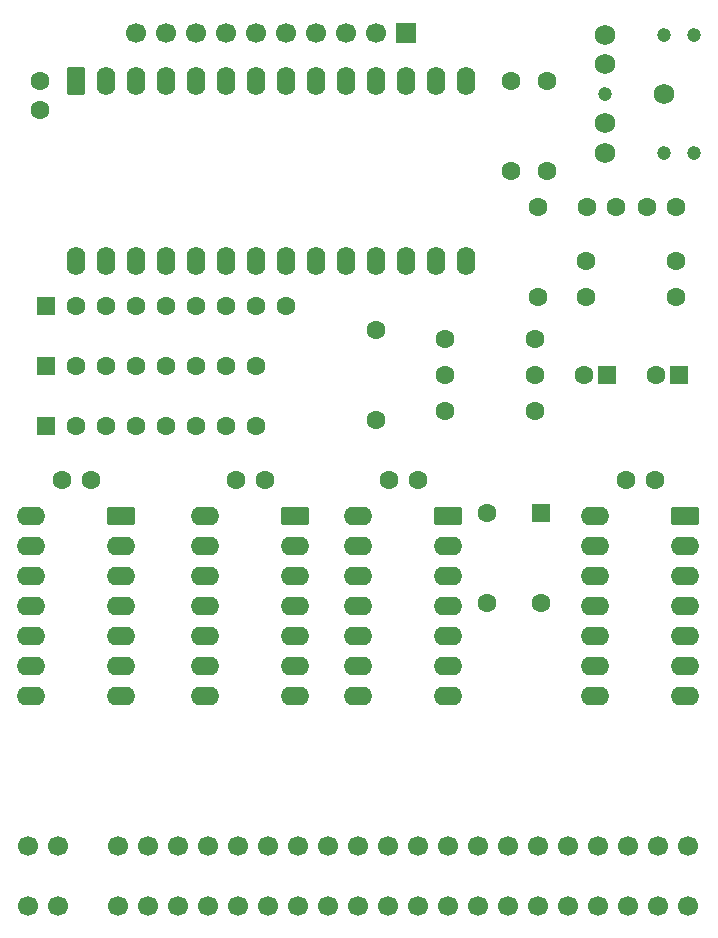
<source format=gbr>
%TF.GenerationSoftware,KiCad,Pcbnew,9.0.4*%
%TF.CreationDate,2025-09-25T21:38:56+01:00*%
%TF.ProjectId,ay-zonic-core,61792d7a-6f6e-4696-932d-636f72652e6b,2.0*%
%TF.SameCoordinates,Original*%
%TF.FileFunction,Soldermask,Bot*%
%TF.FilePolarity,Negative*%
%FSLAX46Y46*%
G04 Gerber Fmt 4.6, Leading zero omitted, Abs format (unit mm)*
G04 Created by KiCad (PCBNEW 9.0.4) date 2025-09-25 21:38:56*
%MOMM*%
%LPD*%
G01*
G04 APERTURE LIST*
G04 Aperture macros list*
%AMRoundRect*
0 Rectangle with rounded corners*
0 $1 Rounding radius*
0 $2 $3 $4 $5 $6 $7 $8 $9 X,Y pos of 4 corners*
0 Add a 4 corners polygon primitive as box body*
4,1,4,$2,$3,$4,$5,$6,$7,$8,$9,$2,$3,0*
0 Add four circle primitives for the rounded corners*
1,1,$1+$1,$2,$3*
1,1,$1+$1,$4,$5*
1,1,$1+$1,$6,$7*
1,1,$1+$1,$8,$9*
0 Add four rect primitives between the rounded corners*
20,1,$1+$1,$2,$3,$4,$5,0*
20,1,$1+$1,$4,$5,$6,$7,0*
20,1,$1+$1,$6,$7,$8,$9,0*
20,1,$1+$1,$8,$9,$2,$3,0*%
G04 Aperture macros list end*
%ADD10C,1.600000*%
%ADD11RoundRect,0.250000X-0.550000X0.550000X-0.550000X-0.550000X0.550000X-0.550000X0.550000X0.550000X0*%
%ADD12C,1.700000*%
%ADD13RoundRect,0.250000X0.950000X0.550000X-0.950000X0.550000X-0.950000X-0.550000X0.950000X-0.550000X0*%
%ADD14O,2.400000X1.600000*%
%ADD15C,1.193800*%
%ADD16C,1.752600*%
%ADD17RoundRect,0.250000X0.550000X0.550000X-0.550000X0.550000X-0.550000X-0.550000X0.550000X-0.550000X0*%
%ADD18R,1.600000X1.600000*%
%ADD19RoundRect,0.250000X-0.550000X0.950000X-0.550000X-0.950000X0.550000X-0.950000X0.550000X0.950000X0*%
%ADD20O,1.600000X2.400000*%
%ADD21R,1.700000X1.700000*%
G04 APERTURE END LIST*
D10*
%TO.C,SW1*%
X110744000Y-100330000D03*
D11*
X110744000Y-92710000D03*
%TD*%
D12*
%TO.C,CO1*%
X67310000Y-125984000D03*
X69850000Y-125984000D03*
X74930000Y-125984000D03*
X77470000Y-125984000D03*
X80010000Y-125984000D03*
X82550000Y-125984000D03*
X85090000Y-125984000D03*
X87630000Y-125984000D03*
X90170000Y-125984000D03*
X92710000Y-125984000D03*
X95250000Y-125984000D03*
X97790000Y-125984000D03*
X100330000Y-125984000D03*
X102870000Y-125984000D03*
X105410000Y-125984000D03*
X107950000Y-125984000D03*
X110490000Y-125984000D03*
X113030000Y-125984000D03*
X115570000Y-125984000D03*
X118110000Y-125984000D03*
X120650000Y-125984000D03*
X123190000Y-125984000D03*
X67310000Y-120904000D03*
X69850000Y-120904000D03*
X74930000Y-120904000D03*
X77470000Y-120904000D03*
X80010000Y-120904000D03*
X82550000Y-120904000D03*
X85090000Y-120904000D03*
X87630000Y-120904000D03*
X90170000Y-120904000D03*
X92710000Y-120904000D03*
X95250000Y-120904000D03*
X97790000Y-120904000D03*
X100330000Y-120904000D03*
X102870000Y-120904000D03*
X105410000Y-120904000D03*
X107950000Y-120904000D03*
X110490000Y-120904000D03*
X113030000Y-120904000D03*
X115570000Y-120904000D03*
X118110000Y-120904000D03*
X120650000Y-120904000D03*
X123190000Y-120904000D03*
%TD*%
D13*
%TO.C,U5*%
X122936000Y-92964000D03*
D14*
X122936000Y-95504000D03*
X122936000Y-98044000D03*
X122936000Y-100584000D03*
X122936000Y-103124000D03*
X122936000Y-105664000D03*
X122936000Y-108204000D03*
X115316000Y-108204000D03*
X115316000Y-105664000D03*
X115316000Y-103124000D03*
X115316000Y-100584000D03*
X115316000Y-98044000D03*
X115316000Y-95504000D03*
X115316000Y-92964000D03*
%TD*%
D10*
%TO.C,R8*%
X114554000Y-71374000D03*
X122174000Y-71374000D03*
%TD*%
%TO.C,FB1*%
X96774000Y-84836000D03*
X96774000Y-77216000D03*
%TD*%
%TO.C,C6*%
X70144000Y-89916000D03*
X72644000Y-89916000D03*
%TD*%
D13*
%TO.C,U2*%
X75184000Y-92964000D03*
D14*
X75184000Y-95504000D03*
X75184000Y-98044000D03*
X75184000Y-100584000D03*
X75184000Y-103124000D03*
X75184000Y-105664000D03*
X75184000Y-108204000D03*
X67564000Y-108204000D03*
X67564000Y-105664000D03*
X67564000Y-103124000D03*
X67564000Y-100584000D03*
X67564000Y-98044000D03*
X67564000Y-95504000D03*
X67564000Y-92964000D03*
%TD*%
D10*
%TO.C,C3*%
X122154000Y-66802000D03*
X119654000Y-66802000D03*
%TD*%
D15*
%TO.C,Line Out*%
X123658000Y-52230000D03*
X121158000Y-52230000D03*
X116158000Y-57230000D03*
X123658000Y-62230000D03*
X121158000Y-62230000D03*
D16*
X116158000Y-52230000D03*
X116158000Y-54730000D03*
X116158000Y-59730000D03*
X116158000Y-62230000D03*
X121158000Y-57230000D03*
%TD*%
D17*
%TO.C,C1*%
X122428000Y-81026000D03*
D10*
X120428000Y-81026000D03*
%TD*%
%TO.C,R7*%
X110236000Y-81026000D03*
X102616000Y-81026000D03*
%TD*%
%TO.C,R3*%
X102616000Y-77978000D03*
X110236000Y-77978000D03*
%TD*%
%TO.C,R1*%
X106172000Y-92710000D03*
X106172000Y-100330000D03*
%TD*%
%TO.C,R9*%
X122174000Y-74422000D03*
X114554000Y-74422000D03*
%TD*%
D17*
%TO.C,C2*%
X116332000Y-81026000D03*
D10*
X114332000Y-81026000D03*
%TD*%
%TO.C,C8*%
X97830000Y-89916000D03*
X100330000Y-89916000D03*
%TD*%
%TO.C,C4*%
X117074000Y-66802000D03*
X114574000Y-66802000D03*
%TD*%
%TO.C,C9*%
X117876000Y-89916000D03*
X120376000Y-89916000D03*
%TD*%
%TO.C,R5*%
X108204000Y-63754000D03*
X108204000Y-56134000D03*
%TD*%
%TO.C,C5*%
X68326000Y-58654000D03*
X68326000Y-56154000D03*
%TD*%
D18*
%TO.C,RN3*%
X68834000Y-85344000D03*
D10*
X71374000Y-85344000D03*
X73914000Y-85344000D03*
X76454000Y-85344000D03*
X78994000Y-85344000D03*
X81534000Y-85344000D03*
X84074000Y-85344000D03*
X86614000Y-85344000D03*
%TD*%
%TO.C,R2*%
X110490000Y-66802000D03*
X110490000Y-74422000D03*
%TD*%
%TO.C,C7*%
X84856000Y-89916000D03*
X87356000Y-89916000D03*
%TD*%
%TO.C,R4*%
X111252000Y-63754000D03*
X111252000Y-56134000D03*
%TD*%
D13*
%TO.C,U3*%
X89916000Y-92964000D03*
D14*
X89916000Y-95504000D03*
X89916000Y-98044000D03*
X89916000Y-100584000D03*
X89916000Y-103124000D03*
X89916000Y-105664000D03*
X89916000Y-108204000D03*
X82296000Y-108204000D03*
X82296000Y-105664000D03*
X82296000Y-103124000D03*
X82296000Y-100584000D03*
X82296000Y-98044000D03*
X82296000Y-95504000D03*
X82296000Y-92964000D03*
%TD*%
D19*
%TO.C,U1*%
X71374000Y-56134000D03*
D20*
X73914000Y-56134000D03*
X76454000Y-56134000D03*
X78994000Y-56134000D03*
X81534000Y-56134000D03*
X84074000Y-56134000D03*
X86614000Y-56134000D03*
X89154000Y-56134000D03*
X91694000Y-56134000D03*
X94234000Y-56134000D03*
X96774000Y-56134000D03*
X99314000Y-56134000D03*
X101854000Y-56134000D03*
X104394000Y-56134000D03*
X104394000Y-71374000D03*
X101854000Y-71374000D03*
X99314000Y-71374000D03*
X96774000Y-71374000D03*
X94234000Y-71374000D03*
X91694000Y-71374000D03*
X89154000Y-71374000D03*
X86614000Y-71374000D03*
X84074000Y-71374000D03*
X81534000Y-71374000D03*
X78994000Y-71374000D03*
X76454000Y-71374000D03*
X73914000Y-71374000D03*
X71374000Y-71374000D03*
%TD*%
D10*
%TO.C,R6*%
X110236000Y-84074000D03*
X102616000Y-84074000D03*
%TD*%
D21*
%TO.C,I/O*%
X99314000Y-52070000D03*
D12*
X96774000Y-52070000D03*
X94234000Y-52070000D03*
X91694000Y-52070000D03*
X89154000Y-52070000D03*
X86614000Y-52070000D03*
X84074000Y-52070000D03*
X81534000Y-52070000D03*
X78994000Y-52070000D03*
X76454000Y-52070000D03*
%TD*%
D13*
%TO.C,U4*%
X102870000Y-92964000D03*
D14*
X102870000Y-95504000D03*
X102870000Y-98044000D03*
X102870000Y-100584000D03*
X102870000Y-103124000D03*
X102870000Y-105664000D03*
X102870000Y-108204000D03*
X95250000Y-108204000D03*
X95250000Y-105664000D03*
X95250000Y-103124000D03*
X95250000Y-100584000D03*
X95250000Y-98044000D03*
X95250000Y-95504000D03*
X95250000Y-92964000D03*
%TD*%
D18*
%TO.C,RN1*%
X68834000Y-75184000D03*
D10*
X71374000Y-75184000D03*
X73914000Y-75184000D03*
X76454000Y-75184000D03*
X78994000Y-75184000D03*
X81534000Y-75184000D03*
X84074000Y-75184000D03*
X86614000Y-75184000D03*
X89154000Y-75184000D03*
%TD*%
D18*
%TO.C,RN2*%
X68834000Y-80264000D03*
D10*
X71374000Y-80264000D03*
X73914000Y-80264000D03*
X76454000Y-80264000D03*
X78994000Y-80264000D03*
X81534000Y-80264000D03*
X84074000Y-80264000D03*
X86614000Y-80264000D03*
%TD*%
M02*

</source>
